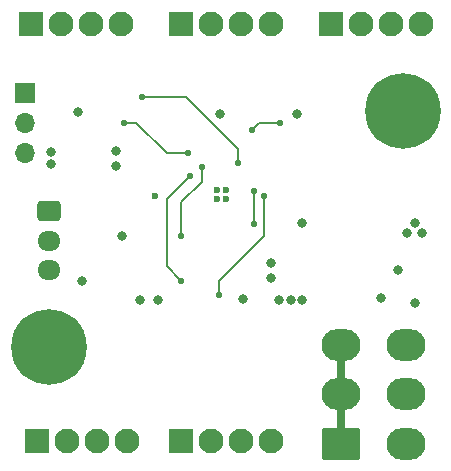
<source format=gbr>
%TF.GenerationSoftware,KiCad,Pcbnew,7.0.8*%
%TF.CreationDate,2024-01-22T00:16:33-08:00*%
%TF.ProjectId,PWMGen R1,50574d47-656e-4205-9231-2e6b69636164,rev?*%
%TF.SameCoordinates,Original*%
%TF.FileFunction,Copper,L4,Bot*%
%TF.FilePolarity,Positive*%
%FSLAX46Y46*%
G04 Gerber Fmt 4.6, Leading zero omitted, Abs format (unit mm)*
G04 Created by KiCad (PCBNEW 7.0.8) date 2024-01-22 00:16:33*
%MOMM*%
%LPD*%
G01*
G04 APERTURE LIST*
G04 Aperture macros list*
%AMRoundRect*
0 Rectangle with rounded corners*
0 $1 Rounding radius*
0 $2 $3 $4 $5 $6 $7 $8 $9 X,Y pos of 4 corners*
0 Add a 4 corners polygon primitive as box body*
4,1,4,$2,$3,$4,$5,$6,$7,$8,$9,$2,$3,0*
0 Add four circle primitives for the rounded corners*
1,1,$1+$1,$2,$3*
1,1,$1+$1,$4,$5*
1,1,$1+$1,$6,$7*
1,1,$1+$1,$8,$9*
0 Add four rect primitives between the rounded corners*
20,1,$1+$1,$2,$3,$4,$5,0*
20,1,$1+$1,$4,$5,$6,$7,0*
20,1,$1+$1,$6,$7,$8,$9,0*
20,1,$1+$1,$8,$9,$2,$3,0*%
G04 Aperture macros list end*
%TA.AperFunction,ComponentPad*%
%ADD10R,1.700000X1.700000*%
%TD*%
%TA.AperFunction,ComponentPad*%
%ADD11O,1.700000X1.700000*%
%TD*%
%TA.AperFunction,ComponentPad*%
%ADD12R,2.100000X2.100000*%
%TD*%
%TA.AperFunction,ComponentPad*%
%ADD13C,2.100000*%
%TD*%
%TA.AperFunction,ComponentPad*%
%ADD14C,0.800000*%
%TD*%
%TA.AperFunction,ComponentPad*%
%ADD15C,6.400000*%
%TD*%
%TA.AperFunction,ComponentPad*%
%ADD16RoundRect,0.250001X1.399999X-1.099999X1.399999X1.099999X-1.399999X1.099999X-1.399999X-1.099999X0*%
%TD*%
%TA.AperFunction,ComponentPad*%
%ADD17O,3.300000X2.700000*%
%TD*%
%TA.AperFunction,ComponentPad*%
%ADD18RoundRect,0.250000X-0.725000X0.600000X-0.725000X-0.600000X0.725000X-0.600000X0.725000X0.600000X0*%
%TD*%
%TA.AperFunction,ComponentPad*%
%ADD19O,1.950000X1.700000*%
%TD*%
%TA.AperFunction,ViaPad*%
%ADD20C,0.600000*%
%TD*%
%TA.AperFunction,ViaPad*%
%ADD21C,0.800000*%
%TD*%
%TA.AperFunction,ViaPad*%
%ADD22C,0.550000*%
%TD*%
%TA.AperFunction,Conductor*%
%ADD23C,0.635000*%
%TD*%
%TA.AperFunction,Conductor*%
%ADD24C,0.152400*%
%TD*%
G04 APERTURE END LIST*
D10*
%TO.P,P6,1,1*%
%TO.N,GND*%
X-133801100Y157578600D03*
D11*
%TO.P,P6,2,2*%
%TO.N,/UPDI{slash}~{RESET}*%
X-133801100Y155038600D03*
%TO.P,P6,3,3*%
%TO.N,5V*%
X-133801100Y152498600D03*
%TD*%
D12*
%TO.P,J1,1,Pin_1*%
%TO.N,GND*%
X-132801100Y128053600D03*
D13*
%TO.P,J1,2,Pin_2*%
%TO.N,12V*%
X-130261100Y128053600D03*
%TO.P,J1,3,Pin_3*%
%TO.N,/Tach4*%
X-127721100Y128053600D03*
%TO.P,J1,4,Pin_4*%
%TO.N,/PWM_OUT4*%
X-125181100Y128053600D03*
%TD*%
D14*
%TO.P,H1,1*%
%TO.N,N/C*%
X-134201100Y136053600D03*
X-133498156Y137750656D03*
X-133498156Y134356544D03*
X-131801100Y138453600D03*
D15*
X-131801100Y136053600D03*
D14*
X-131801100Y133653600D03*
X-130104044Y137750656D03*
X-130104044Y134356544D03*
X-129401100Y136053600D03*
%TD*%
%TO.P,H2,1*%
%TO.N,N/C*%
X-104201100Y156053600D03*
X-103498156Y157750656D03*
X-103498156Y154356544D03*
X-101801100Y158453600D03*
D15*
X-101801100Y156053600D03*
D14*
X-101801100Y153653600D03*
X-100104044Y157750656D03*
X-100104044Y154356544D03*
X-99401100Y156053600D03*
%TD*%
D16*
%TO.P,J2,1,Pin_1*%
%TO.N,12V*%
X-107051100Y127853600D03*
D17*
%TO.P,J2,2,Pin_2*%
X-107051100Y132053600D03*
%TO.P,J2,3,Pin_3*%
X-107051100Y136253600D03*
%TO.P,J2,4,Pin_4*%
%TO.N,GND*%
X-101551100Y127853600D03*
%TO.P,J2,5,Pin_5*%
X-101551100Y132053600D03*
%TO.P,J2,6,Pin_6*%
X-101551100Y136253600D03*
%TD*%
D12*
%TO.P,J3,1,Pin_1*%
%TO.N,GND*%
X-120561100Y128053600D03*
D13*
%TO.P,J3,2,Pin_2*%
%TO.N,12V*%
X-118021100Y128053600D03*
%TO.P,J3,3,Pin_3*%
%TO.N,/Tach5*%
X-115481100Y128053600D03*
%TO.P,J3,4,Pin_4*%
%TO.N,/PWM_OUT5*%
X-112941100Y128053600D03*
%TD*%
D12*
%TO.P,J5,1,Pin_1*%
%TO.N,GND*%
X-120561100Y163423600D03*
D13*
%TO.P,J5,2,Pin_2*%
%TO.N,12V*%
X-118021100Y163423600D03*
%TO.P,J5,3,Pin_3*%
%TO.N,/Tach2*%
X-115481100Y163423600D03*
%TO.P,J5,4,Pin_4*%
%TO.N,/PWM_OUT2*%
X-112941100Y163423600D03*
%TD*%
D12*
%TO.P,J6,1,Pin_1*%
%TO.N,GND*%
X-107861100Y163423600D03*
D13*
%TO.P,J6,2,Pin_2*%
%TO.N,12V*%
X-105321100Y163423600D03*
%TO.P,J6,3,Pin_3*%
%TO.N,/Tach3*%
X-102781100Y163423600D03*
%TO.P,J6,4,Pin_4*%
%TO.N,/PWM_OUT3*%
X-100241100Y163423600D03*
%TD*%
D18*
%TO.P,P1,1,1*%
%TO.N,GND*%
X-131801100Y147553600D03*
D19*
%TO.P,P1,2,2*%
%TO.N,Net-(U3-A)*%
X-131801100Y145053600D03*
%TO.P,P1,3,3*%
%TO.N,Net-(U3-B)*%
X-131801100Y142553600D03*
%TD*%
D12*
%TO.P,J4,1,Pin_1*%
%TO.N,GND*%
X-133261100Y163423600D03*
D13*
%TO.P,J4,2,Pin_2*%
%TO.N,12V*%
X-130721100Y163423600D03*
%TO.P,J4,3,Pin_3*%
%TO.N,/Tach1*%
X-128181100Y163423600D03*
%TO.P,J4,4,Pin_4*%
%TO.N,/PWM_OUT1*%
X-125641100Y163423600D03*
%TD*%
D20*
%TO.N,GND*%
X-116801100Y148553600D03*
D21*
X-126128600Y152688600D03*
D20*
X-117551100Y149303600D03*
X-116801100Y149303600D03*
D21*
X-100801100Y146553600D03*
X-100166100Y145728600D03*
X-126128600Y151418600D03*
X-101436100Y145728600D03*
X-112976100Y141918600D03*
X-125596100Y145458600D03*
X-102228600Y142553600D03*
X-112976100Y143188600D03*
X-124046100Y140053600D03*
D20*
X-117551100Y148553600D03*
D21*
%TO.N,12V*%
X-100801100Y139808600D03*
X-103663600Y140191100D03*
%TO.N,5V*%
X-110301100Y146553600D03*
X-128956100Y141648600D03*
X-112301100Y140053600D03*
X-131571100Y151533600D03*
X-117301100Y155803600D03*
X-129301100Y155953600D03*
D20*
X-122801100Y148803600D03*
D21*
X-110801100Y155803600D03*
X-115301100Y140153600D03*
X-111301100Y140053600D03*
X-131571100Y152553600D03*
X-110301100Y140053600D03*
X-122551100Y140053600D03*
D22*
%TO.N,/RXD*%
X-119801100Y150553600D03*
X-120551100Y141648600D03*
%TO.N,/TXD*%
X-118801100Y151303600D03*
X-120551100Y145458600D03*
%TO.N,Net-(U1-PC1)*%
X-115801100Y151653600D03*
X-123876100Y157228600D03*
%TO.N,/UPDI{slash}~{RESET}*%
X-125386100Y155038600D03*
X-120001100Y152453600D03*
%TO.N,Net-(U1-PB1)*%
X-114401100Y149253600D03*
X-114401100Y146453600D03*
%TO.N,Net-(U1-PB2{slash}TOSC2)*%
X-113601100Y148853600D03*
X-117401100Y140453600D03*
%TO.N,Net-(U1-PC2)*%
X-112201100Y155053600D03*
X-114601100Y154453600D03*
%TD*%
D23*
%TO.N,12V*%
X-107051100Y136253600D02*
X-107051100Y127853600D01*
D24*
%TO.N,/RXD*%
X-121801100Y142898600D02*
X-120551100Y141648600D01*
X-121801100Y148553600D02*
X-121801100Y144803600D01*
X-121801100Y144803600D02*
X-121801100Y142898600D01*
X-119801100Y150553600D02*
X-121801100Y148553600D01*
%TO.N,/TXD*%
X-118801100Y151303600D02*
X-118801100Y150053600D01*
X-120551100Y148303600D02*
X-120551100Y145458600D01*
X-118801100Y150053600D02*
X-120551100Y148303600D01*
%TO.N,Net-(U1-PC1)*%
X-123876100Y157228600D02*
X-120176100Y157228600D01*
X-120176100Y157228600D02*
X-119501100Y156553600D01*
X-115801100Y151653600D02*
X-115801100Y152853600D01*
X-115801100Y152853600D02*
X-119501100Y156553600D01*
%TO.N,/UPDI{slash}~{RESET}*%
X-125386100Y155038600D02*
X-124386100Y155038600D01*
X-124386100Y155038600D02*
X-121801100Y152453600D01*
X-121801100Y152453600D02*
X-120001100Y152453600D01*
%TO.N,Net-(U1-PB1)*%
X-114401100Y149253600D02*
X-114401100Y146453600D01*
%TO.N,Net-(U1-PB2{slash}TOSC2)*%
X-117401100Y141653600D02*
X-117401100Y140453600D01*
X-113601100Y148853600D02*
X-113601100Y145453600D01*
X-113601100Y145453600D02*
X-117401100Y141653600D01*
%TO.N,Net-(U1-PC2)*%
X-114601100Y154453600D02*
X-114001100Y155053600D01*
X-114001100Y155053600D02*
X-112201100Y155053600D01*
%TD*%
M02*

</source>
